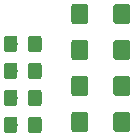
<source format=gbr>
G04 #@! TF.GenerationSoftware,KiCad,Pcbnew,5.0.2-bee76a0~70~ubuntu16.04.1*
G04 #@! TF.CreationDate,2019-07-09T20:02:22-07:00*
G04 #@! TF.ProjectId,reverse-mount-led-test,72657665-7273-4652-9d6d-6f756e742d6c,rev?*
G04 #@! TF.SameCoordinates,Original*
G04 #@! TF.FileFunction,Paste,Bot*
G04 #@! TF.FilePolarity,Positive*
%FSLAX46Y46*%
G04 Gerber Fmt 4.6, Leading zero omitted, Abs format (unit mm)*
G04 Created by KiCad (PCBNEW 5.0.2-bee76a0~70~ubuntu16.04.1) date Tue 09 Jul 2019 08:02:22 PM PDT*
%MOMM*%
%LPD*%
G01*
G04 APERTURE LIST*
%ADD10C,0.100000*%
%ADD11C,1.425000*%
%ADD12C,1.150000*%
G04 APERTURE END LIST*
D10*
G04 #@! TO.C,D1*
G36*
X164040935Y-102758372D02*
X164068601Y-102762476D01*
X164095731Y-102769272D01*
X164122065Y-102778694D01*
X164147348Y-102790652D01*
X164171338Y-102805031D01*
X164193802Y-102821692D01*
X164214525Y-102840475D01*
X164233308Y-102861198D01*
X164249969Y-102883662D01*
X164264348Y-102907652D01*
X164276306Y-102932935D01*
X164285728Y-102959269D01*
X164292524Y-102986399D01*
X164296628Y-103014065D01*
X164298000Y-103042000D01*
X164298000Y-104222000D01*
X164296628Y-104249935D01*
X164292524Y-104277601D01*
X164285728Y-104304731D01*
X164276306Y-104331065D01*
X164264348Y-104356348D01*
X164249969Y-104380338D01*
X164233308Y-104402802D01*
X164214525Y-104423525D01*
X164193802Y-104442308D01*
X164171338Y-104458969D01*
X164147348Y-104473348D01*
X164122065Y-104485306D01*
X164095731Y-104494728D01*
X164068601Y-104501524D01*
X164040935Y-104505628D01*
X164013000Y-104507000D01*
X163158000Y-104507000D01*
X163130065Y-104505628D01*
X163102399Y-104501524D01*
X163075269Y-104494728D01*
X163048935Y-104485306D01*
X163023652Y-104473348D01*
X162999662Y-104458969D01*
X162977198Y-104442308D01*
X162956475Y-104423525D01*
X162937692Y-104402802D01*
X162921031Y-104380338D01*
X162906652Y-104356348D01*
X162894694Y-104331065D01*
X162885272Y-104304731D01*
X162878476Y-104277601D01*
X162874372Y-104249935D01*
X162873000Y-104222000D01*
X162873000Y-103042000D01*
X162874372Y-103014065D01*
X162878476Y-102986399D01*
X162885272Y-102959269D01*
X162894694Y-102932935D01*
X162906652Y-102907652D01*
X162921031Y-102883662D01*
X162937692Y-102861198D01*
X162956475Y-102840475D01*
X162977198Y-102821692D01*
X162999662Y-102805031D01*
X163023652Y-102790652D01*
X163048935Y-102778694D01*
X163075269Y-102769272D01*
X163102399Y-102762476D01*
X163130065Y-102758372D01*
X163158000Y-102757000D01*
X164013000Y-102757000D01*
X164040935Y-102758372D01*
X164040935Y-102758372D01*
G37*
D11*
X163585500Y-103632000D03*
D10*
G36*
X160465935Y-102758372D02*
X160493601Y-102762476D01*
X160520731Y-102769272D01*
X160547065Y-102778694D01*
X160572348Y-102790652D01*
X160596338Y-102805031D01*
X160618802Y-102821692D01*
X160639525Y-102840475D01*
X160658308Y-102861198D01*
X160674969Y-102883662D01*
X160689348Y-102907652D01*
X160701306Y-102932935D01*
X160710728Y-102959269D01*
X160717524Y-102986399D01*
X160721628Y-103014065D01*
X160723000Y-103042000D01*
X160723000Y-104222000D01*
X160721628Y-104249935D01*
X160717524Y-104277601D01*
X160710728Y-104304731D01*
X160701306Y-104331065D01*
X160689348Y-104356348D01*
X160674969Y-104380338D01*
X160658308Y-104402802D01*
X160639525Y-104423525D01*
X160618802Y-104442308D01*
X160596338Y-104458969D01*
X160572348Y-104473348D01*
X160547065Y-104485306D01*
X160520731Y-104494728D01*
X160493601Y-104501524D01*
X160465935Y-104505628D01*
X160438000Y-104507000D01*
X159583000Y-104507000D01*
X159555065Y-104505628D01*
X159527399Y-104501524D01*
X159500269Y-104494728D01*
X159473935Y-104485306D01*
X159448652Y-104473348D01*
X159424662Y-104458969D01*
X159402198Y-104442308D01*
X159381475Y-104423525D01*
X159362692Y-104402802D01*
X159346031Y-104380338D01*
X159331652Y-104356348D01*
X159319694Y-104331065D01*
X159310272Y-104304731D01*
X159303476Y-104277601D01*
X159299372Y-104249935D01*
X159298000Y-104222000D01*
X159298000Y-103042000D01*
X159299372Y-103014065D01*
X159303476Y-102986399D01*
X159310272Y-102959269D01*
X159319694Y-102932935D01*
X159331652Y-102907652D01*
X159346031Y-102883662D01*
X159362692Y-102861198D01*
X159381475Y-102840475D01*
X159402198Y-102821692D01*
X159424662Y-102805031D01*
X159448652Y-102790652D01*
X159473935Y-102778694D01*
X159500269Y-102769272D01*
X159527399Y-102762476D01*
X159555065Y-102758372D01*
X159583000Y-102757000D01*
X160438000Y-102757000D01*
X160465935Y-102758372D01*
X160465935Y-102758372D01*
G37*
D11*
X160010500Y-103632000D03*
G04 #@! TD*
D10*
G04 #@! TO.C,D2*
G36*
X160465935Y-105806372D02*
X160493601Y-105810476D01*
X160520731Y-105817272D01*
X160547065Y-105826694D01*
X160572348Y-105838652D01*
X160596338Y-105853031D01*
X160618802Y-105869692D01*
X160639525Y-105888475D01*
X160658308Y-105909198D01*
X160674969Y-105931662D01*
X160689348Y-105955652D01*
X160701306Y-105980935D01*
X160710728Y-106007269D01*
X160717524Y-106034399D01*
X160721628Y-106062065D01*
X160723000Y-106090000D01*
X160723000Y-107270000D01*
X160721628Y-107297935D01*
X160717524Y-107325601D01*
X160710728Y-107352731D01*
X160701306Y-107379065D01*
X160689348Y-107404348D01*
X160674969Y-107428338D01*
X160658308Y-107450802D01*
X160639525Y-107471525D01*
X160618802Y-107490308D01*
X160596338Y-107506969D01*
X160572348Y-107521348D01*
X160547065Y-107533306D01*
X160520731Y-107542728D01*
X160493601Y-107549524D01*
X160465935Y-107553628D01*
X160438000Y-107555000D01*
X159583000Y-107555000D01*
X159555065Y-107553628D01*
X159527399Y-107549524D01*
X159500269Y-107542728D01*
X159473935Y-107533306D01*
X159448652Y-107521348D01*
X159424662Y-107506969D01*
X159402198Y-107490308D01*
X159381475Y-107471525D01*
X159362692Y-107450802D01*
X159346031Y-107428338D01*
X159331652Y-107404348D01*
X159319694Y-107379065D01*
X159310272Y-107352731D01*
X159303476Y-107325601D01*
X159299372Y-107297935D01*
X159298000Y-107270000D01*
X159298000Y-106090000D01*
X159299372Y-106062065D01*
X159303476Y-106034399D01*
X159310272Y-106007269D01*
X159319694Y-105980935D01*
X159331652Y-105955652D01*
X159346031Y-105931662D01*
X159362692Y-105909198D01*
X159381475Y-105888475D01*
X159402198Y-105869692D01*
X159424662Y-105853031D01*
X159448652Y-105838652D01*
X159473935Y-105826694D01*
X159500269Y-105817272D01*
X159527399Y-105810476D01*
X159555065Y-105806372D01*
X159583000Y-105805000D01*
X160438000Y-105805000D01*
X160465935Y-105806372D01*
X160465935Y-105806372D01*
G37*
D11*
X160010500Y-106680000D03*
D10*
G36*
X164040935Y-105806372D02*
X164068601Y-105810476D01*
X164095731Y-105817272D01*
X164122065Y-105826694D01*
X164147348Y-105838652D01*
X164171338Y-105853031D01*
X164193802Y-105869692D01*
X164214525Y-105888475D01*
X164233308Y-105909198D01*
X164249969Y-105931662D01*
X164264348Y-105955652D01*
X164276306Y-105980935D01*
X164285728Y-106007269D01*
X164292524Y-106034399D01*
X164296628Y-106062065D01*
X164298000Y-106090000D01*
X164298000Y-107270000D01*
X164296628Y-107297935D01*
X164292524Y-107325601D01*
X164285728Y-107352731D01*
X164276306Y-107379065D01*
X164264348Y-107404348D01*
X164249969Y-107428338D01*
X164233308Y-107450802D01*
X164214525Y-107471525D01*
X164193802Y-107490308D01*
X164171338Y-107506969D01*
X164147348Y-107521348D01*
X164122065Y-107533306D01*
X164095731Y-107542728D01*
X164068601Y-107549524D01*
X164040935Y-107553628D01*
X164013000Y-107555000D01*
X163158000Y-107555000D01*
X163130065Y-107553628D01*
X163102399Y-107549524D01*
X163075269Y-107542728D01*
X163048935Y-107533306D01*
X163023652Y-107521348D01*
X162999662Y-107506969D01*
X162977198Y-107490308D01*
X162956475Y-107471525D01*
X162937692Y-107450802D01*
X162921031Y-107428338D01*
X162906652Y-107404348D01*
X162894694Y-107379065D01*
X162885272Y-107352731D01*
X162878476Y-107325601D01*
X162874372Y-107297935D01*
X162873000Y-107270000D01*
X162873000Y-106090000D01*
X162874372Y-106062065D01*
X162878476Y-106034399D01*
X162885272Y-106007269D01*
X162894694Y-105980935D01*
X162906652Y-105955652D01*
X162921031Y-105931662D01*
X162937692Y-105909198D01*
X162956475Y-105888475D01*
X162977198Y-105869692D01*
X162999662Y-105853031D01*
X163023652Y-105838652D01*
X163048935Y-105826694D01*
X163075269Y-105817272D01*
X163102399Y-105810476D01*
X163130065Y-105806372D01*
X163158000Y-105805000D01*
X164013000Y-105805000D01*
X164040935Y-105806372D01*
X164040935Y-105806372D01*
G37*
D11*
X163585500Y-106680000D03*
G04 #@! TD*
D10*
G04 #@! TO.C,R1*
G36*
X154518505Y-105473204D02*
X154542773Y-105476804D01*
X154566572Y-105482765D01*
X154589671Y-105491030D01*
X154611850Y-105501520D01*
X154632893Y-105514132D01*
X154652599Y-105528747D01*
X154670777Y-105545223D01*
X154687253Y-105563401D01*
X154701868Y-105583107D01*
X154714480Y-105604150D01*
X154724970Y-105626329D01*
X154733235Y-105649428D01*
X154739196Y-105673227D01*
X154742796Y-105697495D01*
X154744000Y-105721999D01*
X154744000Y-106622001D01*
X154742796Y-106646505D01*
X154739196Y-106670773D01*
X154733235Y-106694572D01*
X154724970Y-106717671D01*
X154714480Y-106739850D01*
X154701868Y-106760893D01*
X154687253Y-106780599D01*
X154670777Y-106798777D01*
X154652599Y-106815253D01*
X154632893Y-106829868D01*
X154611850Y-106842480D01*
X154589671Y-106852970D01*
X154566572Y-106861235D01*
X154542773Y-106867196D01*
X154518505Y-106870796D01*
X154494001Y-106872000D01*
X153843999Y-106872000D01*
X153819495Y-106870796D01*
X153795227Y-106867196D01*
X153771428Y-106861235D01*
X153748329Y-106852970D01*
X153726150Y-106842480D01*
X153705107Y-106829868D01*
X153685401Y-106815253D01*
X153667223Y-106798777D01*
X153650747Y-106780599D01*
X153636132Y-106760893D01*
X153623520Y-106739850D01*
X153613030Y-106717671D01*
X153604765Y-106694572D01*
X153598804Y-106670773D01*
X153595204Y-106646505D01*
X153594000Y-106622001D01*
X153594000Y-105721999D01*
X153595204Y-105697495D01*
X153598804Y-105673227D01*
X153604765Y-105649428D01*
X153613030Y-105626329D01*
X153623520Y-105604150D01*
X153636132Y-105583107D01*
X153650747Y-105563401D01*
X153667223Y-105545223D01*
X153685401Y-105528747D01*
X153705107Y-105514132D01*
X153726150Y-105501520D01*
X153748329Y-105491030D01*
X153771428Y-105482765D01*
X153795227Y-105476804D01*
X153819495Y-105473204D01*
X153843999Y-105472000D01*
X154494001Y-105472000D01*
X154518505Y-105473204D01*
X154518505Y-105473204D01*
G37*
D12*
X154169000Y-106172000D03*
D10*
G36*
X156568505Y-105473204D02*
X156592773Y-105476804D01*
X156616572Y-105482765D01*
X156639671Y-105491030D01*
X156661850Y-105501520D01*
X156682893Y-105514132D01*
X156702599Y-105528747D01*
X156720777Y-105545223D01*
X156737253Y-105563401D01*
X156751868Y-105583107D01*
X156764480Y-105604150D01*
X156774970Y-105626329D01*
X156783235Y-105649428D01*
X156789196Y-105673227D01*
X156792796Y-105697495D01*
X156794000Y-105721999D01*
X156794000Y-106622001D01*
X156792796Y-106646505D01*
X156789196Y-106670773D01*
X156783235Y-106694572D01*
X156774970Y-106717671D01*
X156764480Y-106739850D01*
X156751868Y-106760893D01*
X156737253Y-106780599D01*
X156720777Y-106798777D01*
X156702599Y-106815253D01*
X156682893Y-106829868D01*
X156661850Y-106842480D01*
X156639671Y-106852970D01*
X156616572Y-106861235D01*
X156592773Y-106867196D01*
X156568505Y-106870796D01*
X156544001Y-106872000D01*
X155893999Y-106872000D01*
X155869495Y-106870796D01*
X155845227Y-106867196D01*
X155821428Y-106861235D01*
X155798329Y-106852970D01*
X155776150Y-106842480D01*
X155755107Y-106829868D01*
X155735401Y-106815253D01*
X155717223Y-106798777D01*
X155700747Y-106780599D01*
X155686132Y-106760893D01*
X155673520Y-106739850D01*
X155663030Y-106717671D01*
X155654765Y-106694572D01*
X155648804Y-106670773D01*
X155645204Y-106646505D01*
X155644000Y-106622001D01*
X155644000Y-105721999D01*
X155645204Y-105697495D01*
X155648804Y-105673227D01*
X155654765Y-105649428D01*
X155663030Y-105626329D01*
X155673520Y-105604150D01*
X155686132Y-105583107D01*
X155700747Y-105563401D01*
X155717223Y-105545223D01*
X155735401Y-105528747D01*
X155755107Y-105514132D01*
X155776150Y-105501520D01*
X155798329Y-105491030D01*
X155821428Y-105482765D01*
X155845227Y-105476804D01*
X155869495Y-105473204D01*
X155893999Y-105472000D01*
X156544001Y-105472000D01*
X156568505Y-105473204D01*
X156568505Y-105473204D01*
G37*
D12*
X156219000Y-106172000D03*
G04 #@! TD*
D10*
G04 #@! TO.C,R2*
G36*
X156568505Y-107759204D02*
X156592773Y-107762804D01*
X156616572Y-107768765D01*
X156639671Y-107777030D01*
X156661850Y-107787520D01*
X156682893Y-107800132D01*
X156702599Y-107814747D01*
X156720777Y-107831223D01*
X156737253Y-107849401D01*
X156751868Y-107869107D01*
X156764480Y-107890150D01*
X156774970Y-107912329D01*
X156783235Y-107935428D01*
X156789196Y-107959227D01*
X156792796Y-107983495D01*
X156794000Y-108007999D01*
X156794000Y-108908001D01*
X156792796Y-108932505D01*
X156789196Y-108956773D01*
X156783235Y-108980572D01*
X156774970Y-109003671D01*
X156764480Y-109025850D01*
X156751868Y-109046893D01*
X156737253Y-109066599D01*
X156720777Y-109084777D01*
X156702599Y-109101253D01*
X156682893Y-109115868D01*
X156661850Y-109128480D01*
X156639671Y-109138970D01*
X156616572Y-109147235D01*
X156592773Y-109153196D01*
X156568505Y-109156796D01*
X156544001Y-109158000D01*
X155893999Y-109158000D01*
X155869495Y-109156796D01*
X155845227Y-109153196D01*
X155821428Y-109147235D01*
X155798329Y-109138970D01*
X155776150Y-109128480D01*
X155755107Y-109115868D01*
X155735401Y-109101253D01*
X155717223Y-109084777D01*
X155700747Y-109066599D01*
X155686132Y-109046893D01*
X155673520Y-109025850D01*
X155663030Y-109003671D01*
X155654765Y-108980572D01*
X155648804Y-108956773D01*
X155645204Y-108932505D01*
X155644000Y-108908001D01*
X155644000Y-108007999D01*
X155645204Y-107983495D01*
X155648804Y-107959227D01*
X155654765Y-107935428D01*
X155663030Y-107912329D01*
X155673520Y-107890150D01*
X155686132Y-107869107D01*
X155700747Y-107849401D01*
X155717223Y-107831223D01*
X155735401Y-107814747D01*
X155755107Y-107800132D01*
X155776150Y-107787520D01*
X155798329Y-107777030D01*
X155821428Y-107768765D01*
X155845227Y-107762804D01*
X155869495Y-107759204D01*
X155893999Y-107758000D01*
X156544001Y-107758000D01*
X156568505Y-107759204D01*
X156568505Y-107759204D01*
G37*
D12*
X156219000Y-108458000D03*
D10*
G36*
X154518505Y-107759204D02*
X154542773Y-107762804D01*
X154566572Y-107768765D01*
X154589671Y-107777030D01*
X154611850Y-107787520D01*
X154632893Y-107800132D01*
X154652599Y-107814747D01*
X154670777Y-107831223D01*
X154687253Y-107849401D01*
X154701868Y-107869107D01*
X154714480Y-107890150D01*
X154724970Y-107912329D01*
X154733235Y-107935428D01*
X154739196Y-107959227D01*
X154742796Y-107983495D01*
X154744000Y-108007999D01*
X154744000Y-108908001D01*
X154742796Y-108932505D01*
X154739196Y-108956773D01*
X154733235Y-108980572D01*
X154724970Y-109003671D01*
X154714480Y-109025850D01*
X154701868Y-109046893D01*
X154687253Y-109066599D01*
X154670777Y-109084777D01*
X154652599Y-109101253D01*
X154632893Y-109115868D01*
X154611850Y-109128480D01*
X154589671Y-109138970D01*
X154566572Y-109147235D01*
X154542773Y-109153196D01*
X154518505Y-109156796D01*
X154494001Y-109158000D01*
X153843999Y-109158000D01*
X153819495Y-109156796D01*
X153795227Y-109153196D01*
X153771428Y-109147235D01*
X153748329Y-109138970D01*
X153726150Y-109128480D01*
X153705107Y-109115868D01*
X153685401Y-109101253D01*
X153667223Y-109084777D01*
X153650747Y-109066599D01*
X153636132Y-109046893D01*
X153623520Y-109025850D01*
X153613030Y-109003671D01*
X153604765Y-108980572D01*
X153598804Y-108956773D01*
X153595204Y-108932505D01*
X153594000Y-108908001D01*
X153594000Y-108007999D01*
X153595204Y-107983495D01*
X153598804Y-107959227D01*
X153604765Y-107935428D01*
X153613030Y-107912329D01*
X153623520Y-107890150D01*
X153636132Y-107869107D01*
X153650747Y-107849401D01*
X153667223Y-107831223D01*
X153685401Y-107814747D01*
X153705107Y-107800132D01*
X153726150Y-107787520D01*
X153748329Y-107777030D01*
X153771428Y-107768765D01*
X153795227Y-107762804D01*
X153819495Y-107759204D01*
X153843999Y-107758000D01*
X154494001Y-107758000D01*
X154518505Y-107759204D01*
X154518505Y-107759204D01*
G37*
D12*
X154169000Y-108458000D03*
G04 #@! TD*
D10*
G04 #@! TO.C,D3*
G36*
X164040935Y-108854372D02*
X164068601Y-108858476D01*
X164095731Y-108865272D01*
X164122065Y-108874694D01*
X164147348Y-108886652D01*
X164171338Y-108901031D01*
X164193802Y-108917692D01*
X164214525Y-108936475D01*
X164233308Y-108957198D01*
X164249969Y-108979662D01*
X164264348Y-109003652D01*
X164276306Y-109028935D01*
X164285728Y-109055269D01*
X164292524Y-109082399D01*
X164296628Y-109110065D01*
X164298000Y-109138000D01*
X164298000Y-110318000D01*
X164296628Y-110345935D01*
X164292524Y-110373601D01*
X164285728Y-110400731D01*
X164276306Y-110427065D01*
X164264348Y-110452348D01*
X164249969Y-110476338D01*
X164233308Y-110498802D01*
X164214525Y-110519525D01*
X164193802Y-110538308D01*
X164171338Y-110554969D01*
X164147348Y-110569348D01*
X164122065Y-110581306D01*
X164095731Y-110590728D01*
X164068601Y-110597524D01*
X164040935Y-110601628D01*
X164013000Y-110603000D01*
X163158000Y-110603000D01*
X163130065Y-110601628D01*
X163102399Y-110597524D01*
X163075269Y-110590728D01*
X163048935Y-110581306D01*
X163023652Y-110569348D01*
X162999662Y-110554969D01*
X162977198Y-110538308D01*
X162956475Y-110519525D01*
X162937692Y-110498802D01*
X162921031Y-110476338D01*
X162906652Y-110452348D01*
X162894694Y-110427065D01*
X162885272Y-110400731D01*
X162878476Y-110373601D01*
X162874372Y-110345935D01*
X162873000Y-110318000D01*
X162873000Y-109138000D01*
X162874372Y-109110065D01*
X162878476Y-109082399D01*
X162885272Y-109055269D01*
X162894694Y-109028935D01*
X162906652Y-109003652D01*
X162921031Y-108979662D01*
X162937692Y-108957198D01*
X162956475Y-108936475D01*
X162977198Y-108917692D01*
X162999662Y-108901031D01*
X163023652Y-108886652D01*
X163048935Y-108874694D01*
X163075269Y-108865272D01*
X163102399Y-108858476D01*
X163130065Y-108854372D01*
X163158000Y-108853000D01*
X164013000Y-108853000D01*
X164040935Y-108854372D01*
X164040935Y-108854372D01*
G37*
D11*
X163585500Y-109728000D03*
D10*
G36*
X160465935Y-108854372D02*
X160493601Y-108858476D01*
X160520731Y-108865272D01*
X160547065Y-108874694D01*
X160572348Y-108886652D01*
X160596338Y-108901031D01*
X160618802Y-108917692D01*
X160639525Y-108936475D01*
X160658308Y-108957198D01*
X160674969Y-108979662D01*
X160689348Y-109003652D01*
X160701306Y-109028935D01*
X160710728Y-109055269D01*
X160717524Y-109082399D01*
X160721628Y-109110065D01*
X160723000Y-109138000D01*
X160723000Y-110318000D01*
X160721628Y-110345935D01*
X160717524Y-110373601D01*
X160710728Y-110400731D01*
X160701306Y-110427065D01*
X160689348Y-110452348D01*
X160674969Y-110476338D01*
X160658308Y-110498802D01*
X160639525Y-110519525D01*
X160618802Y-110538308D01*
X160596338Y-110554969D01*
X160572348Y-110569348D01*
X160547065Y-110581306D01*
X160520731Y-110590728D01*
X160493601Y-110597524D01*
X160465935Y-110601628D01*
X160438000Y-110603000D01*
X159583000Y-110603000D01*
X159555065Y-110601628D01*
X159527399Y-110597524D01*
X159500269Y-110590728D01*
X159473935Y-110581306D01*
X159448652Y-110569348D01*
X159424662Y-110554969D01*
X159402198Y-110538308D01*
X159381475Y-110519525D01*
X159362692Y-110498802D01*
X159346031Y-110476338D01*
X159331652Y-110452348D01*
X159319694Y-110427065D01*
X159310272Y-110400731D01*
X159303476Y-110373601D01*
X159299372Y-110345935D01*
X159298000Y-110318000D01*
X159298000Y-109138000D01*
X159299372Y-109110065D01*
X159303476Y-109082399D01*
X159310272Y-109055269D01*
X159319694Y-109028935D01*
X159331652Y-109003652D01*
X159346031Y-108979662D01*
X159362692Y-108957198D01*
X159381475Y-108936475D01*
X159402198Y-108917692D01*
X159424662Y-108901031D01*
X159448652Y-108886652D01*
X159473935Y-108874694D01*
X159500269Y-108865272D01*
X159527399Y-108858476D01*
X159555065Y-108854372D01*
X159583000Y-108853000D01*
X160438000Y-108853000D01*
X160465935Y-108854372D01*
X160465935Y-108854372D01*
G37*
D11*
X160010500Y-109728000D03*
G04 #@! TD*
D10*
G04 #@! TO.C,D4*
G36*
X160465935Y-111902372D02*
X160493601Y-111906476D01*
X160520731Y-111913272D01*
X160547065Y-111922694D01*
X160572348Y-111934652D01*
X160596338Y-111949031D01*
X160618802Y-111965692D01*
X160639525Y-111984475D01*
X160658308Y-112005198D01*
X160674969Y-112027662D01*
X160689348Y-112051652D01*
X160701306Y-112076935D01*
X160710728Y-112103269D01*
X160717524Y-112130399D01*
X160721628Y-112158065D01*
X160723000Y-112186000D01*
X160723000Y-113366000D01*
X160721628Y-113393935D01*
X160717524Y-113421601D01*
X160710728Y-113448731D01*
X160701306Y-113475065D01*
X160689348Y-113500348D01*
X160674969Y-113524338D01*
X160658308Y-113546802D01*
X160639525Y-113567525D01*
X160618802Y-113586308D01*
X160596338Y-113602969D01*
X160572348Y-113617348D01*
X160547065Y-113629306D01*
X160520731Y-113638728D01*
X160493601Y-113645524D01*
X160465935Y-113649628D01*
X160438000Y-113651000D01*
X159583000Y-113651000D01*
X159555065Y-113649628D01*
X159527399Y-113645524D01*
X159500269Y-113638728D01*
X159473935Y-113629306D01*
X159448652Y-113617348D01*
X159424662Y-113602969D01*
X159402198Y-113586308D01*
X159381475Y-113567525D01*
X159362692Y-113546802D01*
X159346031Y-113524338D01*
X159331652Y-113500348D01*
X159319694Y-113475065D01*
X159310272Y-113448731D01*
X159303476Y-113421601D01*
X159299372Y-113393935D01*
X159298000Y-113366000D01*
X159298000Y-112186000D01*
X159299372Y-112158065D01*
X159303476Y-112130399D01*
X159310272Y-112103269D01*
X159319694Y-112076935D01*
X159331652Y-112051652D01*
X159346031Y-112027662D01*
X159362692Y-112005198D01*
X159381475Y-111984475D01*
X159402198Y-111965692D01*
X159424662Y-111949031D01*
X159448652Y-111934652D01*
X159473935Y-111922694D01*
X159500269Y-111913272D01*
X159527399Y-111906476D01*
X159555065Y-111902372D01*
X159583000Y-111901000D01*
X160438000Y-111901000D01*
X160465935Y-111902372D01*
X160465935Y-111902372D01*
G37*
D11*
X160010500Y-112776000D03*
D10*
G36*
X164040935Y-111902372D02*
X164068601Y-111906476D01*
X164095731Y-111913272D01*
X164122065Y-111922694D01*
X164147348Y-111934652D01*
X164171338Y-111949031D01*
X164193802Y-111965692D01*
X164214525Y-111984475D01*
X164233308Y-112005198D01*
X164249969Y-112027662D01*
X164264348Y-112051652D01*
X164276306Y-112076935D01*
X164285728Y-112103269D01*
X164292524Y-112130399D01*
X164296628Y-112158065D01*
X164298000Y-112186000D01*
X164298000Y-113366000D01*
X164296628Y-113393935D01*
X164292524Y-113421601D01*
X164285728Y-113448731D01*
X164276306Y-113475065D01*
X164264348Y-113500348D01*
X164249969Y-113524338D01*
X164233308Y-113546802D01*
X164214525Y-113567525D01*
X164193802Y-113586308D01*
X164171338Y-113602969D01*
X164147348Y-113617348D01*
X164122065Y-113629306D01*
X164095731Y-113638728D01*
X164068601Y-113645524D01*
X164040935Y-113649628D01*
X164013000Y-113651000D01*
X163158000Y-113651000D01*
X163130065Y-113649628D01*
X163102399Y-113645524D01*
X163075269Y-113638728D01*
X163048935Y-113629306D01*
X163023652Y-113617348D01*
X162999662Y-113602969D01*
X162977198Y-113586308D01*
X162956475Y-113567525D01*
X162937692Y-113546802D01*
X162921031Y-113524338D01*
X162906652Y-113500348D01*
X162894694Y-113475065D01*
X162885272Y-113448731D01*
X162878476Y-113421601D01*
X162874372Y-113393935D01*
X162873000Y-113366000D01*
X162873000Y-112186000D01*
X162874372Y-112158065D01*
X162878476Y-112130399D01*
X162885272Y-112103269D01*
X162894694Y-112076935D01*
X162906652Y-112051652D01*
X162921031Y-112027662D01*
X162937692Y-112005198D01*
X162956475Y-111984475D01*
X162977198Y-111965692D01*
X162999662Y-111949031D01*
X163023652Y-111934652D01*
X163048935Y-111922694D01*
X163075269Y-111913272D01*
X163102399Y-111906476D01*
X163130065Y-111902372D01*
X163158000Y-111901000D01*
X164013000Y-111901000D01*
X164040935Y-111902372D01*
X164040935Y-111902372D01*
G37*
D11*
X163585500Y-112776000D03*
G04 #@! TD*
D10*
G04 #@! TO.C,R3*
G36*
X154518505Y-110045204D02*
X154542773Y-110048804D01*
X154566572Y-110054765D01*
X154589671Y-110063030D01*
X154611850Y-110073520D01*
X154632893Y-110086132D01*
X154652599Y-110100747D01*
X154670777Y-110117223D01*
X154687253Y-110135401D01*
X154701868Y-110155107D01*
X154714480Y-110176150D01*
X154724970Y-110198329D01*
X154733235Y-110221428D01*
X154739196Y-110245227D01*
X154742796Y-110269495D01*
X154744000Y-110293999D01*
X154744000Y-111194001D01*
X154742796Y-111218505D01*
X154739196Y-111242773D01*
X154733235Y-111266572D01*
X154724970Y-111289671D01*
X154714480Y-111311850D01*
X154701868Y-111332893D01*
X154687253Y-111352599D01*
X154670777Y-111370777D01*
X154652599Y-111387253D01*
X154632893Y-111401868D01*
X154611850Y-111414480D01*
X154589671Y-111424970D01*
X154566572Y-111433235D01*
X154542773Y-111439196D01*
X154518505Y-111442796D01*
X154494001Y-111444000D01*
X153843999Y-111444000D01*
X153819495Y-111442796D01*
X153795227Y-111439196D01*
X153771428Y-111433235D01*
X153748329Y-111424970D01*
X153726150Y-111414480D01*
X153705107Y-111401868D01*
X153685401Y-111387253D01*
X153667223Y-111370777D01*
X153650747Y-111352599D01*
X153636132Y-111332893D01*
X153623520Y-111311850D01*
X153613030Y-111289671D01*
X153604765Y-111266572D01*
X153598804Y-111242773D01*
X153595204Y-111218505D01*
X153594000Y-111194001D01*
X153594000Y-110293999D01*
X153595204Y-110269495D01*
X153598804Y-110245227D01*
X153604765Y-110221428D01*
X153613030Y-110198329D01*
X153623520Y-110176150D01*
X153636132Y-110155107D01*
X153650747Y-110135401D01*
X153667223Y-110117223D01*
X153685401Y-110100747D01*
X153705107Y-110086132D01*
X153726150Y-110073520D01*
X153748329Y-110063030D01*
X153771428Y-110054765D01*
X153795227Y-110048804D01*
X153819495Y-110045204D01*
X153843999Y-110044000D01*
X154494001Y-110044000D01*
X154518505Y-110045204D01*
X154518505Y-110045204D01*
G37*
D12*
X154169000Y-110744000D03*
D10*
G36*
X156568505Y-110045204D02*
X156592773Y-110048804D01*
X156616572Y-110054765D01*
X156639671Y-110063030D01*
X156661850Y-110073520D01*
X156682893Y-110086132D01*
X156702599Y-110100747D01*
X156720777Y-110117223D01*
X156737253Y-110135401D01*
X156751868Y-110155107D01*
X156764480Y-110176150D01*
X156774970Y-110198329D01*
X156783235Y-110221428D01*
X156789196Y-110245227D01*
X156792796Y-110269495D01*
X156794000Y-110293999D01*
X156794000Y-111194001D01*
X156792796Y-111218505D01*
X156789196Y-111242773D01*
X156783235Y-111266572D01*
X156774970Y-111289671D01*
X156764480Y-111311850D01*
X156751868Y-111332893D01*
X156737253Y-111352599D01*
X156720777Y-111370777D01*
X156702599Y-111387253D01*
X156682893Y-111401868D01*
X156661850Y-111414480D01*
X156639671Y-111424970D01*
X156616572Y-111433235D01*
X156592773Y-111439196D01*
X156568505Y-111442796D01*
X156544001Y-111444000D01*
X155893999Y-111444000D01*
X155869495Y-111442796D01*
X155845227Y-111439196D01*
X155821428Y-111433235D01*
X155798329Y-111424970D01*
X155776150Y-111414480D01*
X155755107Y-111401868D01*
X155735401Y-111387253D01*
X155717223Y-111370777D01*
X155700747Y-111352599D01*
X155686132Y-111332893D01*
X155673520Y-111311850D01*
X155663030Y-111289671D01*
X155654765Y-111266572D01*
X155648804Y-111242773D01*
X155645204Y-111218505D01*
X155644000Y-111194001D01*
X155644000Y-110293999D01*
X155645204Y-110269495D01*
X155648804Y-110245227D01*
X155654765Y-110221428D01*
X155663030Y-110198329D01*
X155673520Y-110176150D01*
X155686132Y-110155107D01*
X155700747Y-110135401D01*
X155717223Y-110117223D01*
X155735401Y-110100747D01*
X155755107Y-110086132D01*
X155776150Y-110073520D01*
X155798329Y-110063030D01*
X155821428Y-110054765D01*
X155845227Y-110048804D01*
X155869495Y-110045204D01*
X155893999Y-110044000D01*
X156544001Y-110044000D01*
X156568505Y-110045204D01*
X156568505Y-110045204D01*
G37*
D12*
X156219000Y-110744000D03*
G04 #@! TD*
D10*
G04 #@! TO.C,R4*
G36*
X156568505Y-112331204D02*
X156592773Y-112334804D01*
X156616572Y-112340765D01*
X156639671Y-112349030D01*
X156661850Y-112359520D01*
X156682893Y-112372132D01*
X156702599Y-112386747D01*
X156720777Y-112403223D01*
X156737253Y-112421401D01*
X156751868Y-112441107D01*
X156764480Y-112462150D01*
X156774970Y-112484329D01*
X156783235Y-112507428D01*
X156789196Y-112531227D01*
X156792796Y-112555495D01*
X156794000Y-112579999D01*
X156794000Y-113480001D01*
X156792796Y-113504505D01*
X156789196Y-113528773D01*
X156783235Y-113552572D01*
X156774970Y-113575671D01*
X156764480Y-113597850D01*
X156751868Y-113618893D01*
X156737253Y-113638599D01*
X156720777Y-113656777D01*
X156702599Y-113673253D01*
X156682893Y-113687868D01*
X156661850Y-113700480D01*
X156639671Y-113710970D01*
X156616572Y-113719235D01*
X156592773Y-113725196D01*
X156568505Y-113728796D01*
X156544001Y-113730000D01*
X155893999Y-113730000D01*
X155869495Y-113728796D01*
X155845227Y-113725196D01*
X155821428Y-113719235D01*
X155798329Y-113710970D01*
X155776150Y-113700480D01*
X155755107Y-113687868D01*
X155735401Y-113673253D01*
X155717223Y-113656777D01*
X155700747Y-113638599D01*
X155686132Y-113618893D01*
X155673520Y-113597850D01*
X155663030Y-113575671D01*
X155654765Y-113552572D01*
X155648804Y-113528773D01*
X155645204Y-113504505D01*
X155644000Y-113480001D01*
X155644000Y-112579999D01*
X155645204Y-112555495D01*
X155648804Y-112531227D01*
X155654765Y-112507428D01*
X155663030Y-112484329D01*
X155673520Y-112462150D01*
X155686132Y-112441107D01*
X155700747Y-112421401D01*
X155717223Y-112403223D01*
X155735401Y-112386747D01*
X155755107Y-112372132D01*
X155776150Y-112359520D01*
X155798329Y-112349030D01*
X155821428Y-112340765D01*
X155845227Y-112334804D01*
X155869495Y-112331204D01*
X155893999Y-112330000D01*
X156544001Y-112330000D01*
X156568505Y-112331204D01*
X156568505Y-112331204D01*
G37*
D12*
X156219000Y-113030000D03*
D10*
G36*
X154518505Y-112331204D02*
X154542773Y-112334804D01*
X154566572Y-112340765D01*
X154589671Y-112349030D01*
X154611850Y-112359520D01*
X154632893Y-112372132D01*
X154652599Y-112386747D01*
X154670777Y-112403223D01*
X154687253Y-112421401D01*
X154701868Y-112441107D01*
X154714480Y-112462150D01*
X154724970Y-112484329D01*
X154733235Y-112507428D01*
X154739196Y-112531227D01*
X154742796Y-112555495D01*
X154744000Y-112579999D01*
X154744000Y-113480001D01*
X154742796Y-113504505D01*
X154739196Y-113528773D01*
X154733235Y-113552572D01*
X154724970Y-113575671D01*
X154714480Y-113597850D01*
X154701868Y-113618893D01*
X154687253Y-113638599D01*
X154670777Y-113656777D01*
X154652599Y-113673253D01*
X154632893Y-113687868D01*
X154611850Y-113700480D01*
X154589671Y-113710970D01*
X154566572Y-113719235D01*
X154542773Y-113725196D01*
X154518505Y-113728796D01*
X154494001Y-113730000D01*
X153843999Y-113730000D01*
X153819495Y-113728796D01*
X153795227Y-113725196D01*
X153771428Y-113719235D01*
X153748329Y-113710970D01*
X153726150Y-113700480D01*
X153705107Y-113687868D01*
X153685401Y-113673253D01*
X153667223Y-113656777D01*
X153650747Y-113638599D01*
X153636132Y-113618893D01*
X153623520Y-113597850D01*
X153613030Y-113575671D01*
X153604765Y-113552572D01*
X153598804Y-113528773D01*
X153595204Y-113504505D01*
X153594000Y-113480001D01*
X153594000Y-112579999D01*
X153595204Y-112555495D01*
X153598804Y-112531227D01*
X153604765Y-112507428D01*
X153613030Y-112484329D01*
X153623520Y-112462150D01*
X153636132Y-112441107D01*
X153650747Y-112421401D01*
X153667223Y-112403223D01*
X153685401Y-112386747D01*
X153705107Y-112372132D01*
X153726150Y-112359520D01*
X153748329Y-112349030D01*
X153771428Y-112340765D01*
X153795227Y-112334804D01*
X153819495Y-112331204D01*
X153843999Y-112330000D01*
X154494001Y-112330000D01*
X154518505Y-112331204D01*
X154518505Y-112331204D01*
G37*
D12*
X154169000Y-113030000D03*
G04 #@! TD*
M02*

</source>
